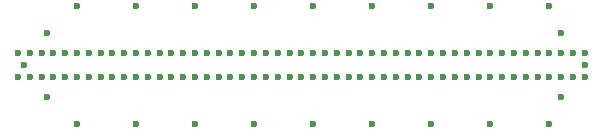
<source format=gbr>
G04 #@! TF.FileFunction,Copper,L2,Inr,Signal*
%FSLAX46Y46*%
G04 Gerber Fmt 4.6, Leading zero omitted, Abs format (unit mm)*
G04 Created by KiCad (PCBNEW 4.0.2-stable) date Mon Jul  4 16:36:02 2016*
%MOMM*%
G01*
G04 APERTURE LIST*
%ADD10C,0.100000*%
%ADD11C,0.600000*%
G04 APERTURE END LIST*
D10*
D11*
X120000000Y-85000000D03*
X125000000Y-85000000D03*
X130000000Y-85000000D03*
X135000000Y-85000000D03*
X140000000Y-85000000D03*
X145000000Y-85000000D03*
X150000000Y-85000000D03*
X155000000Y-85000000D03*
X160000000Y-85000000D03*
X160000000Y-95000000D03*
X155000000Y-95000000D03*
X150000000Y-95000000D03*
X145000000Y-95000000D03*
X140000000Y-95000000D03*
X135000000Y-95000000D03*
X130000000Y-95000000D03*
X125000000Y-95000000D03*
X120000000Y-95000000D03*
X163000000Y-91000000D03*
X162000000Y-91000000D03*
X161000000Y-91000000D03*
X160000000Y-91000000D03*
X159000000Y-91000000D03*
X158000000Y-91000000D03*
X157000000Y-91000000D03*
X156000000Y-91000000D03*
X155000000Y-91000000D03*
X154000000Y-91000000D03*
X153000000Y-91000000D03*
X152000000Y-91000000D03*
X151000000Y-91000000D03*
X150000000Y-91000000D03*
X149000000Y-91000000D03*
X148000000Y-91000000D03*
X147000000Y-91000000D03*
X146000000Y-91000000D03*
X145000000Y-91000000D03*
X144000000Y-91000000D03*
X143000000Y-91000000D03*
X142000000Y-91000000D03*
X141000000Y-91000000D03*
X140000000Y-91000000D03*
X139000000Y-91000000D03*
X138000000Y-91000000D03*
X137000000Y-91000000D03*
X136000000Y-91000000D03*
X135000000Y-91000000D03*
X134000000Y-91000000D03*
X133000000Y-91000000D03*
X132000000Y-91000000D03*
X131000000Y-91000000D03*
X130000000Y-91000000D03*
X129000000Y-91000000D03*
X128000000Y-91000000D03*
X127000000Y-91000000D03*
X126000000Y-91000000D03*
X125000000Y-91000000D03*
X124000000Y-91000000D03*
X123000000Y-91000000D03*
X122000000Y-91000000D03*
X121000000Y-91000000D03*
X120000000Y-91000000D03*
X119000000Y-91000000D03*
X118000000Y-91000000D03*
X117000000Y-91000000D03*
X116000000Y-91000000D03*
X163000000Y-89000000D03*
X162000000Y-89000000D03*
X161000000Y-89000000D03*
X160000000Y-89000000D03*
X159000000Y-89000000D03*
X158000000Y-89000000D03*
X157000000Y-89000000D03*
X156000000Y-89000000D03*
X155000000Y-89000000D03*
X154000000Y-89000000D03*
X153000000Y-89000000D03*
X152000000Y-89000000D03*
X151000000Y-89000000D03*
X150000000Y-89000000D03*
X149000000Y-89000000D03*
X148000000Y-89000000D03*
X147000000Y-89000000D03*
X146000000Y-89000000D03*
X145000000Y-89000000D03*
X144000000Y-89000000D03*
X143000000Y-89000000D03*
X142000000Y-89000000D03*
X141000000Y-89000000D03*
X140000000Y-89000000D03*
X139000000Y-89000000D03*
X138000000Y-89000000D03*
X137000000Y-89000000D03*
X136000000Y-89000000D03*
X135000000Y-89000000D03*
X134000000Y-89000000D03*
X133000000Y-89000000D03*
X132000000Y-89000000D03*
X131000000Y-89000000D03*
X130000000Y-89000000D03*
X129000000Y-89000000D03*
X128000000Y-89000000D03*
X127000000Y-89000000D03*
X126000000Y-89000000D03*
X125000000Y-89000000D03*
X124000000Y-89000000D03*
X123000000Y-89000000D03*
X122000000Y-89000000D03*
X121000000Y-89000000D03*
X120000000Y-89000000D03*
X119000000Y-89000000D03*
X118000000Y-89000000D03*
X117000000Y-89000000D03*
X116000000Y-89000000D03*
X115000000Y-91000000D03*
X115000000Y-89000000D03*
X161000000Y-92700000D03*
X161000000Y-87300000D03*
X117500000Y-92700000D03*
X117500000Y-87300000D03*
X115500000Y-90000000D03*
X163000000Y-90000000D03*
M02*

</source>
